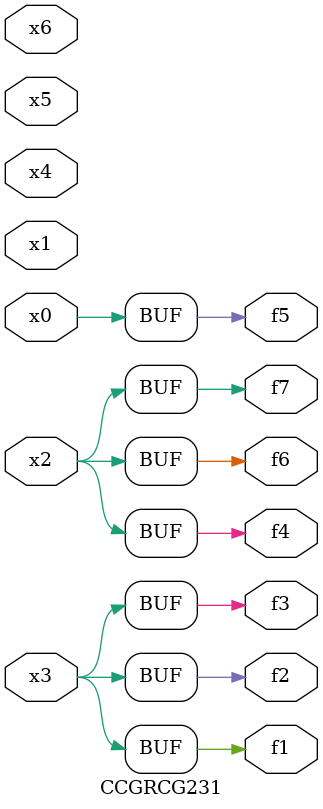
<source format=v>
module CCGRCG231(
	input x0, x1, x2, x3, x4, x5, x6,
	output f1, f2, f3, f4, f5, f6, f7
);
	assign f1 = x3;
	assign f2 = x3;
	assign f3 = x3;
	assign f4 = x2;
	assign f5 = x0;
	assign f6 = x2;
	assign f7 = x2;
endmodule

</source>
